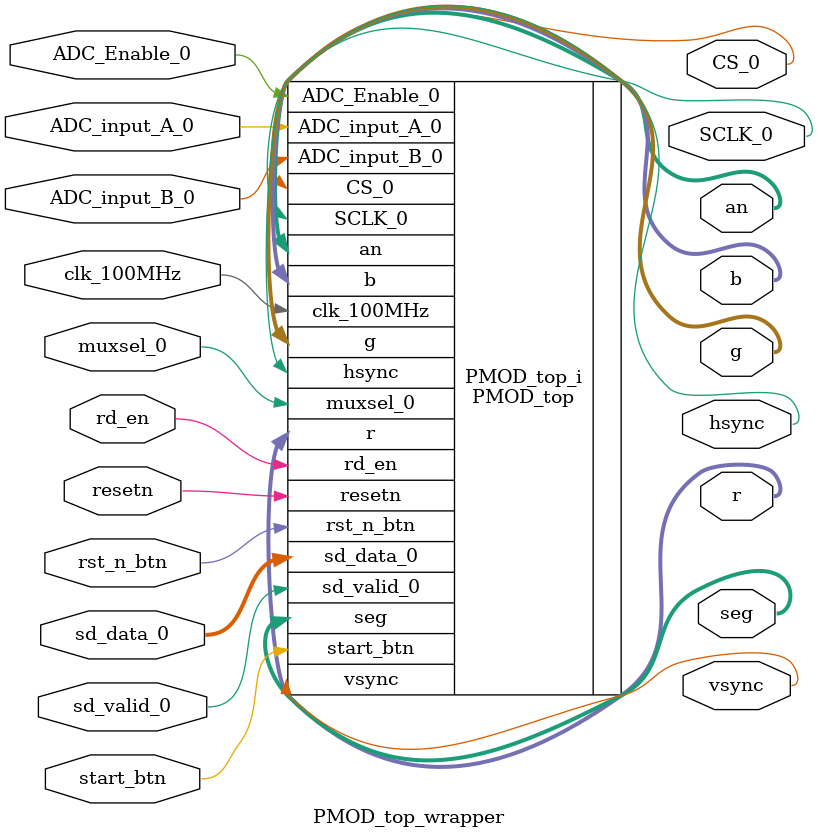
<source format=v>
`timescale 1 ps / 1 ps

module PMOD_top_wrapper
   (ADC_Enable_0,
    ADC_input_A_0,
    ADC_input_B_0,
    CS_0,
    SCLK_0,
    an,
    b,
    clk_100MHz,
    g,
    hsync,
    muxsel_0,
    r,
    rd_en,
    resetn,
    rst_n_btn,
    sd_data_0,
    sd_valid_0,
    seg,
    start_btn,
    vsync);
  input ADC_Enable_0;
  input ADC_input_A_0;
  input ADC_input_B_0;
  output CS_0;
  output SCLK_0;
  output [7:0]an;
  output [3:0]b;
  input clk_100MHz;
  output [3:0]g;
  output hsync;
  input muxsel_0;
  output [3:0]r;
  input rd_en;
  input resetn;
  input rst_n_btn;
  input [7:0]sd_data_0;
  input sd_valid_0;
  output [6:0]seg;
  input start_btn;
  output vsync;

  wire ADC_Enable_0;
  wire ADC_input_A_0;
  wire ADC_input_B_0;
  wire CS_0;
  wire SCLK_0;
  wire [7:0]an;
  wire [3:0]b;
  wire clk_100MHz;
  wire [3:0]g;
  wire hsync;
  wire muxsel_0;
  wire [3:0]r;
  wire rd_en;
  wire resetn;
  wire rst_n_btn;
  wire [7:0]sd_data_0;
  wire sd_valid_0;
  wire [6:0]seg;
  wire start_btn;
  wire vsync;

  PMOD_top PMOD_top_i
       (.ADC_Enable_0(ADC_Enable_0),
        .ADC_input_A_0(ADC_input_A_0),
        .ADC_input_B_0(ADC_input_B_0),
        .CS_0(CS_0),
        .SCLK_0(SCLK_0),
        .an(an),
        .b(b),
        .clk_100MHz(clk_100MHz),
        .g(g),
        .hsync(hsync),
        .muxsel_0(muxsel_0),
        .r(r),
        .rd_en(rd_en),
        .resetn(resetn),
        .rst_n_btn(rst_n_btn),
        .sd_data_0(sd_data_0),
        .sd_valid_0(sd_valid_0),
        .seg(seg),
        .start_btn(start_btn),
        .vsync(vsync));
endmodule

</source>
